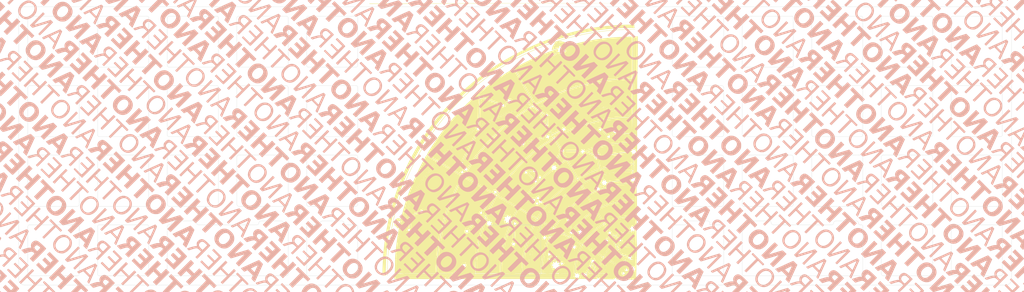
<source format=kicad_pcb>
(kicad_pcb (version 20240108) (generator "pcbnew") (generator_version "8.0")
  (layers (0 "F.Cu" signal) (31 "B.Cu" signal) (34 "B.Paste" user) (35 "F.Paste" user) (36 "B.SilkS" user "B.Silkscreen") (37 "F.SilkS" user "F.Silkscreen") (38 "B.Mask" user) (39 "F.Mask" user) (44 "Edge.Cuts" user))
  (net 0 "")
  (footprint "misc:Plate_MX_1u_stab" (layer "F.Cu") (at 198.4375 128.984375 180)
    (property "Reference" "REF**" (hide yes))
    (property "Value" "Plate_MX_1u_stab")
    (fp_line (start 7 6.5) (end 7 -6.5) (stroke (width 0.05)) (layer "Edge.Cuts"))
    (fp_line (start 6.5 7) (end 3.25 7) (stroke (width 0.05)) (layer "Edge.Cuts"))
    (fp_line (start 6.5 -7) (end -6.5 -7) (stroke (width 0.05)) (layer "Edge.Cuts"))
    (fp_line (start 3.25 7.5) (end 3.25 7) (stroke (width 0.05)) (layer "Edge.Cuts"))
    (fp_line (start -2.75 7.998618) (end 2.75 8) (stroke (width 0.05)) (layer "Edge.Cuts"))
    (fp_line (start -3.25 6.998884) (end -3.25 7.5) (stroke (width 0.05)) (layer "Edge.Cuts"))
    (fp_line (start -6.497236 6.998884) (end -3.25 6.998884) (stroke (width 0.05)) (layer "Edge.Cuts"))
    (fp_line (start -7 -6.5) (end -7 6.5) (stroke (width 0.05)) (layer "Edge.Cuts"))
    (fp_arc (start 7 6.5) (mid 6.853553 6.853553) (end 6.5 7) (stroke (width 0.05)) (layer "Edge.Cuts"))
    (fp_arc (start 6.5 -7) (mid 6.853553 -6.853553) (end 7 -6.5) (stroke (width 0.05)) (layer "Edge.Cuts"))
    (fp_arc (start 3.25 7.5) (mid 3.103553 7.853553) (end 2.75 8) (stroke (width 0.05)) (layer "Edge.Cuts"))
    (fp_arc (start -2.75 8) (mid -3.103553 7.853553) (end -3.25 7.5) (stroke (width 0.05)) (layer "Edge.Cuts"))
    (fp_arc (start -6.497236 6.998884) (mid -6.850789 6.852437) (end -6.997236 6.498884) (stroke (width 0.05)) (layer "Edge.Cuts"))
    (fp_arc (start -7 -6.5) (mid -6.853553 -6.853553) (end -6.5 -7) (stroke (width 0.05)) (layer "Edge.Cuts"))
  )
  (footprint "marbastlib-xp-plate-mx:Plate_MX_1u" (layer "F.Cu") (at 98.425 71.834375)
    (property "Reference" "REF**" (hide yes))
    (property "Value" "Plate_MX_1u")
    (fp_line (start -7 -6.5) (end -7 6.5) (stroke (width 0.05)) (layer "Edge.Cuts"))
    (fp_line (start -6.5 7) (end 6.5 7) (stroke (width 0.05)) (layer "Edge.Cuts"))
    (fp_line (start 6.5 -7) (end -6.5 -7) (stroke (width 0.05)) (layer "Edge.Cuts"))
    (fp_line (start 7 6.5) (end 7 -6.5) (stroke (width 0.05)) (layer "Edge.Cuts"))
    (fp_arc (start -7 -6.5) (mid -6.853553 -6.853553) (end -6.5 -7) (stroke (width 0.05)) (layer "Edge.Cuts"))
    (fp_arc (start -6.497236 6.998884) (mid -6.850789 6.852437) (end -6.997236 6.498884) (stroke (width 0.05)) (layer "Edge.Cuts"))
    (fp_arc (start 6.5 -7) (mid 6.853553 -6.853553) (end 7 -6.5) (stroke (width 0.05)) (layer "Edge.Cuts"))
    (fp_arc (start 7 6.5) (mid 6.853553 6.853553) (end 6.5 7) (stroke (width 0.05)) (layer "Edge.Cuts"))
  )
  (footprint "marbastlib-xp-plate-mx:Plate_MX_1u" (layer "F.Cu") (at 236.5375 109.934375)
    (property "Reference" "REF**" (hide yes))
    (property "Value" "Plate_MX_1u")
    (fp_line (start -7 -6.5) (end -7 6.5) (stroke (width 0.05)) (layer "Edge.Cuts"))
    (fp_line (start -6.5 7) (end 6.5 7) (stroke (width 0.05)) (layer "Edge.Cuts"))
    (fp_line (start 6.5 -7) (end -6.5 -7) (stroke (width 0.05)) (layer "Edge.Cuts"))
    (fp_line (start 7 6.5) (end 7 -6.5) (stroke (width 0.05)) (layer "Edge.Cuts"))
    (fp_arc (start -7 -6.5) (mid -6.853553 -6.853553) (end -6.5 -7) (stroke (width 0.05)) (layer "Edge.Cuts"))
    (fp_arc (start -6.497236 6.998884) (mid -6.850789 6.852437) (end -6.997236 6.498884) (stroke (width 0.05)) (layer "Edge.Cuts"))
    (fp_arc (start 6.5 -7) (mid 6.853553 -6.853553) (end 7 -6.5) (stroke (width 0.05)) (layer "Edge.Cuts"))
    (fp_arc (start 7 6.5) (mid 6.853553 6.853553) (end 6.5 7) (stroke (width 0.05)) (layer "Edge.Cuts"))
  )
  (footprint "marbastlib-xp-plate-mx:Plate_MX_1u" (layer "F.Cu") (at 41.275 90.884375)
    (property "Reference" "REF**" (hide yes))
    (property "Value" "Plate_MX_1u")
    (fp_line (start -7 -6.5) (end -7 6.5) (stroke (width 0.05)) (layer "Edge.Cuts"))
    (fp_line (start -6.5 7) (end 6.5 7) (stroke (width 0.05)) (layer "Edge.Cuts"))
    (fp_line (start 6.5 -7) (end -6.5 -7) (stroke (width 0.05)) (layer "Edge.Cuts"))
    (fp_line (start 7 6.5) (end 7 -6.5) (stroke (width 0.05)) (layer "Edge.Cuts"))
    (fp_arc (start -7 -6.5) (mid -6.853553 -6.853553) (end -6.5 -7) (stroke (width 0.05)) (layer "Edge.Cuts"))
    (fp_arc (start -6.497236 6.998884) (mid -6.850789 6.852437) (end -6.997236 6.498884) (stroke (width 0.05)) (layer "Edge.Cuts"))
    (fp_arc (start 6.5 -7) (mid 6.853553 -6.853553) (end 7 -6.5) (stroke (width 0.05)) (layer "Edge.Cuts"))
    (fp_arc (start 7 6.5) (mid 6.853553 6.853553) (end 6.5 7) (stroke (width 0.05)) (layer "Edge.Cuts"))
  )
  (footprint "marbastlib-xp-plate-mx:Plate_MX_1u" (layer "F.Cu") (at 198.4375 109.934375)
    (property "Reference" "REF**" (hide yes))
    (property "Value" "Plate_MX_1u")
    (fp_line (start -7 -6.5) (end -7 6.5) (stroke (width 0.05)) (layer "Edge.Cuts"))
    (fp_line (start -6.5 7) (end 6.5 7) (stroke (width 0.05)) (layer "Edge.Cuts"))
    (fp_line (start 6.5 -7) (end -6.5 -7) (stroke (width 0.05)) (layer "Edge.Cuts"))
    (fp_line (start 7 6.5) (end 7 -6.5) (stroke (width 0.05)) (layer "Edge.Cuts"))
    (fp_arc (start -7 -6.5) (mid -6.853553 -6.853553) (end -6.5 -7) (stroke (width 0.05)) (layer "Edge.Cuts"))
    (fp_arc (start -6.497236 6.998884) (mid -6.850789 6.852437) (end -6.997236 6.498884) (stroke (width 0.05)) (layer "Edge.Cuts"))
    (fp_arc (start 6.5 -7) (mid 6.853553 -6.853553) (end 7 -6.5) (stroke (width 0.05)) (layer "Edge.Cuts"))
    (fp_arc (start 7 6.5) (mid 6.853553 6.853553) (end 6.5 7) (stroke (width 0.05)) (layer "Edge.Cuts"))
  )
  (footprint "marbastlib-xp-plate-mx:Plate_MX_1u" (layer "F.Cu") (at 217.4875 71.834375)
    (property "Reference" "REF**" (hide yes))
    (property "Value" "Plate_MX_1u")
    (fp_line (start -7 -6.5) (end -7 6.5) (stroke (width 0.05)) (layer "Edge.Cuts"))
    (fp_line (start -6.5 7) (end 6.5 7) (stroke (width 0.05)) (layer "Edge.Cuts"))
    (fp_line (start 6.5 -7) (end -6.5 -7) (stroke (width 0.05)) (layer "Edge.Cuts"))
    (fp_line (start 7 6.5) (end 7 -6.5) (stroke (width 0.05)) (layer "Edge.Cuts"))
    (fp_arc (start -7 -6.5) (mid -6.853553 -6.853553) (end -6.5 -7) (stroke (width 0.05)) (layer "Edge.Cuts"))
    (fp_arc (start -6.497236 6.998884) (mid -6.850789 6.852437) (end -6.997236 6.498884) (stroke (width 0.05)) (layer "Edge.Cuts"))
    (fp_arc (start 6.5 -7) (mid 6.853553 -6.853553) (end 7 -6.5) (stroke (width 0.05)) (layer "Edge.Cuts"))
    (fp_arc (start 7 6.5) (mid 6.853553 6.853553) (end 6.5 7) (stroke (width 0.05)) (layer "Edge.Cuts"))
  )
  (footprint "marbastlib-xp-plate-mx:Plate_MX_1u" (layer "F.Cu") (at 41.275 71.834375)
    (property "Reference" "REF**" (hide yes))
    (property "Value" "Plate_MX_1u")
    (fp_line (start -7 -6.5) (end -7 6.5) (stroke (width 0.05)) (layer "Edge.Cuts"))
    (fp_line (start -6.5 7) (end 6.5 7) (stroke (width 0.05)) (layer "Edge.Cuts"))
    (fp_line (start 6.5 -7) (end -6.5 -7) (stroke (width 0.05)) (layer "Edge.Cuts"))
    (fp_line (start 7 6.5) (end 7 -6.5) (stroke (width 0.05)) (layer "Edge.Cuts"))
    (fp_arc (start -7 -6.5) (mid -6.853553 -6.853553) (end -6.5 -7) (stroke (width 0.05)) (layer "Edge.Cuts"))
    (fp_arc (start -6.497236 6.998884) (mid -6.850789 6.852437) (end -6.997236 6.498884) (stroke (width 0.05)) (layer "Edge.Cuts"))
    (fp_arc (start 6.5 -7) (mid 6.853553 -6.853553) (end 7 -6.5) (stroke (width 0.05)) (layer "Edge.Cuts"))
    (fp_arc (start 7 6.5) (mid 6.853553 6.853553) (end 6.5 7) (stroke (width 0.05)) (layer "Edge.Cuts"))
  )
  (footprint "marbastlib-xp-plate-mx:Plate_MX_1u" (layer "F.Cu") (at 255.5875 109.934375)
    (property "Reference" "REF**" (hide yes))
    (property "Value" "Plate_MX_1u")
    (fp_line (start -7 -6.5) (end -7 6.5) (stroke (width 0.05)) (layer "Edge.Cuts"))
    (fp_line (start -6.5 7) (end 6.5 7) (stroke (width 0.05)) (layer "Edge.Cuts"))
    (fp_line (start 6.5 -7) (end -6.5 -7) (stroke (width 0.05)) (layer "Edge.Cuts"))
    (fp_line (start 7 6.5) (end 7 -6.5) (stroke (width 0.05)) (layer "Edge.Cuts"))
    (fp_arc (start -7 -6.5) (mid -6.853553 -6.853553) (end -6.5 -7) (stroke (width 0.05)) (layer "Edge.Cuts"))
    (fp_arc (start -6.497236 6.998884) (mid -6.850789 6.852437) (end -6.997236 6.498884) (stroke (width 0.05)) (layer "Edge.Cuts"))
    (fp_arc (start 6.5 -7) (mid 6.853553 -6.853553) (end 7 -6.5) (stroke (width 0.05)) (layer "Edge.Cuts"))
    (fp_arc (start 7 6.5) (mid 6.853553 6.853553) (end 6.5 7) (stroke (width 0.05)) (layer "Edge.Cuts"))
  )
  (footprint "marbastlib-xp-plate-mx:Plate_MX_1u" (layer "F.Cu") (at 217.4875 90.884375)
    (property "Reference" "REF**" (hide yes))
    (property "Value" "Plate_MX_1u")
    (fp_line (start -7 -6.5) (end -7 6.5) (stroke (width 0.05)) (layer "Edge.Cuts"))
    (fp_line (start -6.5 7) (end 6.5 7) (stroke (width 0.05)) (layer "Edge.Cuts"))
    (fp_line (start 6.5 -7) (end -6.5 -7) (stroke (width 0.05)) (layer "Edge.Cuts"))
    (fp_line (start 7 6.5) (end 7 -6.5) (stroke (width 0.05)) (layer "Edge.Cuts"))
    (fp_arc (start -7 -6.5) (mid -6.853553 -6.853553) (end -6.5 -7) (stroke (width 0.05)) (layer "Edge.Cuts"))
    (fp_arc (start -6.497236 6.998884) (mid -6.850789 6.852437) (end -6.997236 6.498884) (stroke (width 0.05)) (layer "Edge.Cuts"))
    (fp_arc (start 6.5 -7) (mid 6.853553 -6.853553) (end 7 -6.5) (stroke (width 0.05)) (layer "Edge.Cuts"))
    (fp_arc (start 7 6.5) (mid 6.853553 6.853553) (end 6.5 7) (stroke (width 0.05)) (layer "Edge.Cuts"))
  )
  (footprint "marbastlib-xp-plate-mx:Plate_MX_1u" (layer "F.Cu") (at 236.5375 90.884375)
    (property "Reference" "REF**" (hide yes))
    (property "Value" "Plate_MX_1u")
    (fp_line (start -7 -6.5) (end -7 6.5) (stroke (width 0.05)) (layer "Edge.Cuts"))
    (fp_line (start -6.5 7) (end 6.5 7) (stroke (width 0.05)) (layer "Edge.Cuts"))
    (fp_line (start 6.5 -7) (end -6.5 -7) (stroke (width 0.05)) (layer "Edge.Cuts"))
    (fp_line (start 7 6.5) (end 7 -6.5) (stroke (width 0.05)) (layer "Edge.Cuts"))
    (fp_arc (start -7 -6.5) (mid -6.853553 -6.853553) (end -6.5 -7) (stroke (width 0.05)) (layer "Edge.Cuts"))
    (fp_arc (start -6.497236 6.998884) (mid -6.850789 6.852437) (end -6.997236 6.498884) (stroke (width 0.05)) (layer "Edge.Cuts"))
    (fp_arc (start 6.5 -7) (mid 6.853553 -6.853553) (end 7 -6.5) (stroke (width 0.05)) (layer "Edge.Cuts"))
    (fp_arc (start 7 6.5) (mid 6.853553 6.853553) (end 6.5 7) (stroke (width 0.05)) (layer "Edge.Cuts"))
  )
  (footprint "marbastlib-xp-plate-mx:Plate_MX_SPLIT-BS" (layer "F.Cu") (at 69.85 128.984375 180)
    (property "Reference" "REF**" (hide yes))
    (property "Value" "Plate_MX_SPLIT-BS")
    (fp_line (start 16.525 6.5) (end 16.525 -6.5) (stroke (width 0.05)) (layer "Edge.Cuts"))
    (fp_line (start 16.025 7) (end 15.78125 7.000001) (stroke (width 0.05)) (layer "Edge.Cuts"))
    (fp_line (start 16.025 -7) (end -16.025 -7) (stroke (width 0.05)) (layer "Edge.Cuts"))
    (fp_line (start 9.03125 8.000001) (end 14.78125 8.000001) (stroke (width 0.05)) (layer "Edge.Cuts"))
    (fp_line (start 8.03125 7.000001) (end -8.03125 7.000001) (stroke (width 0.05)) (layer "Edge.Cuts"))
    (fp_line (start -14.78125 8.000001) (end -9.03125 8.000001) (stroke (width 0.05)) (layer "Edge.Cuts"))
    (fp_line (start -15.78125 7.000001) (end -16.022236 6.998884) (stroke (width 0.05)) (layer "Edge.Cuts"))
    (fp_line (start -16.525 -6.5) (end -16.525 6.5) (stroke (width 0.05)) (layer "Edge.Cuts"))
    (fp_arc (start 16.525 6.5) (mid 16.378553 6.853553) (end 16.025 7) (stroke (width 0.05)) (layer "Edge.Cuts"))
    (fp_arc (start 16.025 -7) (mid 16.378553 -6.853553) (end 16.525 -6.5) (stroke (width 0.05)) (layer "Edge.Cuts"))
    (fp_arc (start 15.28125 7.500001) (mid 15.427693 7.146429) (end 15.78125 7.000001) (stroke (width 0.05)) (layer "Edge.Cuts"))
    (fp_arc (start 15.28125 7.500001) (mid 15.134806 7.853571) (end 14.78125 8.000001) (stroke (width 0.05)) (layer "Edge.Cuts"))
    (fp_arc (start 9.03125 8.000001) (mid 8.677729 7.853537) (end 8.53125 7.500001) (stroke (width 0.05)) (layer "Edge.Cuts"))
    (fp_arc (start 8.03125 7.000001) (mid 8.384771 7.146465) (end 8.53125 7.500001) (stroke (width 0.05)) (layer "Edge.Cuts"))
    (fp_arc (start -8.53125 7.500001) (mid -8.384803 7.146448) (end -8.03125 7.000001) (stroke (width 0.05)) (layer "Edge.Cuts"))
    (fp_arc (start -8.53125 7.500001) (mid -8.677697 7.853554) (end -9.03125 8.000001) (stroke (width 0.05)) (layer "Edge.Cuts"))
    (fp_arc (start -14.78125 8.000001) (mid -15.134803 7.853554) (end -15.28125 7.500001) (stroke (width 0.05)) (layer "Edge.Cuts"))
    (fp_arc (start -15.78125 7.000001) (mid -15.427697 7.146448) (end -15.28125 7.500001) (stroke (width 0.05)) (layer "Edge.Cuts"))
    (fp_arc (start -16.022236 6.998884) (mid -16.375789 6.852437) (end -16.522236 6.498884) (stroke (width 0.05)) (layer "Edge.Cuts"))
    (fp_arc (start -16.525 -6.5) (mid -16.378553 -6.853553) (end -16.025 -7) (stroke (width 0.05)) (layer "Edge.Cuts"))
  )
  (footprint "marbastlib-xp-plate-mx:Plate_MX_1u" (layer "F.Cu") (at 22.225 71.834375)
    (property "Reference" "REF**" (hide yes))
    (property "Value" "Plate_MX_1u")
    (fp_line (start -7 -6.5) (end -7 6.5) (stroke (width 0.05)) (layer "Edge.Cuts"))
    (fp_line (start -6.5 7) (end 6.5 7) (stroke (width 0.05)) (layer "Edge.Cuts"))
    (fp_line (start 6.5 -7) (end -6.5 -7) (stroke (width 0.05)) (layer "Edge.Cuts"))
    (fp_line (start 7 6.5) (end 7 -6.5) (stroke (width 0.05)) (layer "Edge.Cuts"))
    (fp_arc (start -7 -6.5) (mid -6.853553 -6.853553) (end -6.5 -7) (stroke (width 0.05)) (layer "Edge.Cuts"))
    (fp_arc (start -6.497236 6.998884) (mid -6.850789 6.852437) (end -6.997236 6.498884) (stroke (width 0.05)) (layer "Edge.Cuts"))
    (fp_arc (start 6.5 -7) (mid 6.853553 -6.853553) (end 7 -6.5) (stroke (width 0.05)) (layer "Edge.Cuts"))
    (fp_arc (start 7 6.5) (mid 6.853553 6.853553) (end 6.5 7) (stroke (width 0.05)) (layer "Edge.Cuts"))
  )
  (footprint "marbastlib-xp-plate-mx:Plate_MX_1u" (layer "F.Cu") (at 148.43125 128.984375)
    (property "Reference" "REF**" (hide yes))
    (property "Value" "Plate_MX_1u")
    (fp_line (start -7 -6.5) (end -7 6.5) (stroke (width 0.05)) (layer "Edge.Cuts"))
    (fp_line (start -6.5 7) (end 6.5 7) (stroke (width 0.05)) (layer "Edge.Cuts"))
    (fp_line (start 6.5 -7) (end -6.5 -7) (stroke (width 0.05)) (layer "Edge.Cuts"))
    (fp_line (start 7 6.5) (end 7 -6.5) (stroke (width 0.05)) (layer "Edge.Cuts"))
    (fp_arc (start -7 -6.5) (mid -6.853553 -6.853553) (end -6.5 -7) (stroke (width 0.05)) (layer "Edge.Cuts"))
    (fp_arc (start -6.497236 6.998884) (mid -6.850789 6.852437) (end -6.997236 6.498884) (stroke (width 0.05)) (layer "Edge.Cuts"))
    (fp_arc (start 6.5 -7) (mid 6.853553 -6.853553) (end 7 -6.5) (stroke (width 0.05)) (layer "Edge.Cuts"))
    (fp_arc (start 7 6.5) (mid 6.853553 6.853553) (end 6.5 7) (stroke (width 0.05)) (layer "Edge.Cuts"))
  )
  (footprint "marbastlib-xp-plate-mx:Plate_MX_1u" (layer "F.Cu") (at 274.6375 71.834375)
    (property "Reference" "REF**" (hide yes))
    (property "Value" "Plate_MX_1u")
    (fp_line (start -7 -6.5) (end -7 6.5) (stroke (width 0.05)) (layer "Edge.Cuts"))
    (fp_line (start -6.5 7) (end 6.5 7) (stroke (width 0.05)) (layer "Edge.Cuts"))
    (fp_line (start 6.5 -7) (end -6.5 -7) (stroke (width 0.05)) (layer "Edge.Cuts"))
    (fp_line (start 7 6.5) (end 7 -6.5) (stroke (width 0.05)) (layer "Edge.Cuts"))
    (fp_arc (start -7 -6.5) (mid -6.853553 -6.853553) (end -6.5 -7) (stroke (width 0.05)) (layer "Edge.Cuts"))
    (fp_arc (start -6.497236 6.998884) (mid -6.850789 6.852437) (end -6.997236 6.498884) (stroke (width 0.05)) (layer "Edge.Cuts"))
    (fp_arc (start 6.5 -7) (mid 6.853553 -6.853553) (end 7 -6.5) (stroke (width 0.05)) (layer "Edge.Cuts"))
    (fp_arc (start 7 6.5) (mid 6.853553 6.853553) (end 6.5 7) (stroke (width 0.05)) (layer "Edge.Cuts"))
  )
  (footprint "marbastlib-xp-plate-mx:Plate_MX_1u" (layer "F.Cu") (at 79.375 90.884375)
    (property "Reference" "REF**" (hide yes))
    (property "Value" "Plate_MX_1u")
    (fp_line (start -7 -6.5) (end -7 6.5) (stroke (width 0.05)) (layer "Edge.Cuts"))
    (fp_line (start -6.5 7) (end 6.5 7) (stroke (width 0.05)) (layer "Edge.Cuts"))
    (fp_line (start 6.5 -7) (end -6.5 -7) (stroke (width 0.05)) (layer "Edge.Cuts"))
    (fp_line (start 7 6.5) (end 7 -6.5) (stroke (width 0.05)) (layer "Edge.Cuts"))
    (fp_arc (start -7 -6.5) (mid -6.853553 -6.853553) (end -6.5 -7) (stroke (width 0.05)) (layer "Edge.Cuts"))
    (fp_arc (start -6.497236 6.998884) (mid -6.850789 6.852437) (end -6.997236 6.498884) (stroke (width 0.05)) (layer "Edge.Cuts"))
    (fp_arc (start 6.5 -7) (mid 6.853553 -6.853553) (end 7 -6.5) (stroke (width 0.05)) (layer "Edge.Cuts"))
    (fp_arc (start 7 6.5) (mid 6.853553 6.853553) (end 6.5 7) (stroke (width 0.05)) (layer "Edge.Cuts"))
  )
  (footprint "marbastlib-xp-plate-mx:Plate_MX_1u" (layer "F.Cu") (at 22.225 90.884375)
    (property "Reference" "REF**" (hide yes))
    (property "Value" "Plate_MX_1u")
    (fp_line (start -7 -6.5) (end -7 6.5) (stroke (width 0.05)) (layer "Edge.Cuts"))
    (fp_line (start -6.5 7) (end 6.5 7) (stroke (width 0.05)) (layer "Edge.Cuts"))
    (fp_line (start 6.5 -7) (end -6.5 -7) (stroke (width 0.05)) (layer "Edge.Cuts"))
    (fp_line (start 7 6.5) (end 7 -6.5) (stroke (width 0.05)) (layer "Edge.Cuts"))
    (fp_arc (start -7 -6.5) (mid -6.853553 -6.853553) (end -6.5 -7) (stroke (width 0.05)) (layer "Edge.Cuts"))
    (fp_arc (start -6.497236 6.998884) (mid -6.850789 6.852437) (end -6.997236 6.498884) (stroke (width 0.05)) (layer "Edge.Cuts"))
    (fp_arc (start 6.5 -7) (mid 6.853553 -6.853553) (end 7 -6.5) (stroke (width 0.05)) (layer "Edge.Cuts"))
    (fp_arc (start 7 6.5) (mid 6.853553 6.853553) (end 6.5 7) (stroke (width 0.05)) (layer "Edge.Cuts"))
  )
  (footprint "marbastlib-xp-plate-mx:Plate_MX_1u" (layer "F.Cu") (at 60.325 109.934375)
    (property "Reference" "REF**" (hide yes))
    (property "Value" "Plate_MX_1u")
    (fp_line (start -7 -6.5) (end -7 6.5) (stroke (width 0.05)) (layer "Edge.Cuts"))
    (fp_line (start -6.5 7) (end 6.5 7) (stroke (width 0.05)) (layer "Edge.Cuts"))
    (fp_line (start 6.5 -7) (end -6.5 -7) (stroke (width 0.05)) (layer "Edge.Cuts"))
    (fp_line (start 7 6.5) (end 7 -6.5) (stroke (width 0.05)) (layer "Edge.Cuts"))
    (fp_arc (start -7 -6.5) (mid -6.853553 -6.853553) (end -6.5 -7) (stroke (width 0.05)) (layer "Edge.Cuts"))
    (fp_arc (start -6.497236 6.998884) (mid -6.850789 6.852437) (end -6.997236 6.498884) (stroke (width 0.05)) (layer "Edge.Cuts"))
    (fp_arc (start 6.5 -7) (mid 6.853553 -6.853553) (end 7 -6.5) (stroke (width 0.05)) (layer "Edge.Cuts"))
    (fp_arc (start 7 6.5) (mid 6.853553 6.853553) (end 6.5 7) (stroke (width 0.05)) (layer "Edge.Cuts"))
  )
  (footprint "marbastlib-xp-plate-mx:Plate_MX_1u" (layer "F.Cu") (at 22.225 109.934375)
    (property "Reference" "REF**" (hide yes))
    (property "Value" "Plate_MX_1u")
    (fp_line (start -7 -6.5) (end -7 6.5) (stroke (width 0.05)) (layer "Edge.Cuts"))
    (fp_line (start -6.5 7) (end 6.5 7) (stroke (width 0.05)) (layer "Edge.Cuts"))
    (fp_line (start 6.5 -7) (end -6.5 -7) (stroke (width 0.05)) (layer "Edge.Cuts"))
    (fp_line (start 7 6.5) (end 7 -6.5) (stroke (width 0.05)) (layer "Edge.Cuts"))
    (fp_arc (start -7 -6.5) (mid -6.853553 -6.853553) (end -6.5 -7) (stroke (width 0.05)) (layer "Edge.Cuts"))
    (fp_arc (start -6.497236 6.998884) (mid -6.850789 6.852437) (end -6.997236 6.498884) (stroke (width 0.05)) (layer "Edge.Cuts"))
    (fp_arc (start 6.5 -7) (mid 6.853553 -6.853553) (end 7 -6.5) (stroke (width 0.05)) (layer "Edge.Cuts"))
    (fp_arc (start 7 6.5) (mid 6.853553 6.853553) (end 6.5 7) (stroke (width 0.05)) (layer "Edge.Cuts"))
  )
  (footprint "marbastlib-xp-plate-mx:Plate_MX_1u" (layer "F.Cu") (at 41.275 109.934375)
    (property "Reference" "REF**" (hide yes))
    (property "Value" "Plate_MX_1u")
    (fp_line (start -7 -6.5) (end -7 6.5) (stroke (width 0.05)) (layer "Edge.Cuts"))
    (fp_line (start -6.5 7) (end 6.5 7) (stroke (width 0.05)) (layer "Edge.Cuts"))
    (fp_line (start 6.5 -7) (end -6.5 -7) (stroke (width 0.05)) (layer "Edge.Cuts"))
    (fp_line (start 7 6.5) (end 7 -6.5) (stroke (width 0.05)) (layer "Edge.Cuts"))
    (fp_arc (start -7 -6.5) (mid -6.853553 -6.853553) (end -6.5 -7) (stroke (width 0.05)) (layer "Edge.Cuts"))
    (fp_arc (start -6.497236 6.998884) (mid -6.850789 6.852437) (end -6.997236 6.498884) (stroke (width 0.05)) (layer "Edge.Cuts"))
    (fp_arc (start 6.5 -7) (mid 6.853553 -6.853553) (end 7 -6.5) (stroke (width 0.05)) (layer "Edge.Cuts"))
    (fp_arc (start 7 6.5) (mid 6.853553 6.853553) (end 6.5 7) (stroke (width 0.05)) (layer "Edge.Cuts"))
  )
  (footprint "marbastlib-xp-plate-mx:Plate_MX_1u" (layer "F.Cu") (at 274.6375 128.984375)
    (property "Reference" "REF**" (hide yes))
    (property "Value" "Plate_MX_1u")
    (fp_line (start -7 -6.5) (end -7 6.5) (stroke (width 0.05)) (layer "Edge.Cuts"))
    (fp_line (start -6.5 7) (end 6.5 7) (stroke (width 0.05)) (layer "Edge.Cuts"))
    (fp_line (start 6.5 -7) (end -6.5 -7) (stroke (width 0.05)) (layer "Edge.Cuts"))
    (fp_line (start 7 6.5) (end 7 -6.5) (stroke (width 0.05)) (layer "Edge.Cuts"))
    (fp_arc (start -7 -6.5) (mid -6.853553 -6.853553) (end -6.5 -7) (stroke (width 0.05)) (layer "Edge.Cuts"))
    (fp_arc (start -6.497236 6.998884) (mid -6.850789 6.852437) (end -6.997236 6.498884) (stroke (width 0.05)) (layer "Edge.Cuts"))
    (fp_arc (start 6.5 -7) (mid 6.853553 -6.853553) (end 7 -6.5) (stroke (width 0.05)) (layer "Edge.Cuts"))
    (fp_arc (start 7 6.5) (mid 6.853553 6.853553) (end 6.5 7) (stroke (width 0.05)) (layer "Edge.Cuts"))
  )
  (footprint "marbastlib-xp-plate-mx:Plate_MX_1u" (layer "F.Cu") (at 274.6375 90.884375)
    (property "Reference" "REF**" (hide yes))
    (property "Value" "Plate_MX_1u")
    (fp_line (start -7 -6.5) (end -7 6.5) (stroke (width 0.05)) (layer "Edge.Cuts"))
    (fp_line (start -6.5 7) (end 6.5 7) (stroke (width 0.05)) (layer "Edge.Cuts"))
    (fp_line (start 6.5 -7) (end -6.5 -7) (stroke (width 0.05)) (layer "Edge.Cuts"))
    (fp_line (start 7 6.5) (end 7 -6.5) (stroke (width 0.05)) (layer "Edge.Cuts"))
    (fp_arc (start -7 -6.5) (mid -6.853553 -6.853553) (end -6.5 -7) (stroke (width 0.05)) (layer "Edge.Cuts"))
    (fp_arc (start -6.497236 6.998884) (mid -6.850789 6.852437) (end -6.997236 6.498884) (stroke (width 0.05)) (layer "Edge.Cuts"))
    (fp_arc (start 6.5 -7) (mid 6.853553 -6.853553) (end 7 -6.5) (stroke (width 0.05)) (layer "Edge.Cuts"))
    (fp_arc (start 7 6.5) (mid 6.853553 6.853553) (end 6.5 7) (stroke (width 0.05)) (layer "Edge.Cuts"))
  )
  (footprint "marbastlib-xp-plate-mx:Plate_MX_1u" (layer "F.Cu") (at 236.5375 71.834375)
    (property "Reference" "REF**" (hide yes))
    (property "Value" "Plate_MX_1u")
    (fp_line (start -7 -6.5) (end -7 6.5) (stroke (width 0.05)) (layer "Edge.Cuts"))
    (fp_line (start -6.5 7) (end 6.5 7) (stroke (width 0.05)) (layer "Edge.Cuts"))
    (fp_line (start 6.5 -7) (end -6.5 -7) (stroke (width 0.05)) (layer "Edge.Cuts"))
    (fp_line (start 7 6.5) (end 7 -6.5) (stroke (width 0.05)) (layer "Edge.Cuts"))
    (fp_arc (start -7 -6.5) (mid -6.853553 -6.853553) (end -6.5 -7) (stroke (width 0.05)) (layer "Edge.Cuts"))
    (fp_arc (start -6.497236 6.998884) (mid -6.850789 6.852437) (end -6.997236 6.498884) (stroke (width 0.05)) (layer "Edge.Cuts"))
    (fp_arc (start 6.5 -7) (mid 6.853553 -6.853553) (end 7 -6.5) (stroke (width 0.05)) (layer "Edge.Cuts"))
    (fp_arc (start 7 6.5) (mid 6.853553 6.853553) (end 6.5 7) (stroke (width 0.05)) (layer "Edge.Cuts"))
  )
  (footprint "marbastlib-xp-plate-mx:Plate_MX_1u" (layer "F.Cu") (at 98.425 90.884375)
    (property "Reference" "REF**" (hide yes))
    (property "Value" "Plate_MX_1u")
    (fp_line (start -7 -6.5) (end -7 6.5) (stroke (width 0.05)) (layer "Edge.Cuts"))
    (fp_line (start -6.5 7) (end 6.5 7) (stroke (width 0.05)) (layer "Edge.Cuts"))
    (fp_line (start 6.5 -7) (end -6.5 -7) (stroke (width 0.05)) (layer "Edge.Cuts"))
    (fp_line (start 7 6.5) (end 7 -6.5) (stroke (width 0.05)) (layer "Edge.Cuts"))
    (fp_arc (start -7 -6.5) (mid -6.853553 -6.853553) (end -6.5 -7) (stroke (width 0.05)) (layer "Edge.Cuts"))
    (fp_arc (start -6.497236 6.998884) (mid -6.850789 6.852437) (end -6.997236 6.498884) (stroke (width 0.05)) (layer "Edge.Cuts"))
    (fp_arc (start 6.5 -7) (mid 6.853553 -6.853553) (end 7 -6.5) (stroke (width 0.05)) (layer "Edge.Cuts"))
    (fp_arc (start 7 6.5) (mid 6.853553 6.853553) (end 6.5 7) (stroke (width 0.05)) (layer "Edge.Cuts"))
  )
  (footprint "marbastlib-xp-plate-mx:Plate_MX_1u" (layer "F.Cu") (at 217.4875 109.934375)
    (property "Reference" "REF**" (hide yes))
    (property "Value" "Plate_MX_1u")
    (fp_line (start -7 -6.5) (end -7 6.5) (stroke (width 0.05)) (layer "Edge.Cuts"))
    (fp_line (start -6.5 7) (end 6.5 7) (stroke (width 0.05)) (layer "Edge.Cuts"))
    (fp_line (start 6.5 -7) (end -6.5 -7) (stroke (width 0.05)) (layer "Edge.Cuts"))
    (fp_line (start 7 6.5) (end 7 -6.5) (stroke (width 0.05)) (layer "Edge.Cuts"))
    (fp_arc (start -7 -6.5) (mid -6.853553 -6.853553) (end -6.5 -7) (stroke (width 0.05)) (layer "Edge.Cuts"))
    (fp_arc (start -6.497236 6.998884) (mid -6.850789 6.852437) (end -6.997236 6.498884) (stroke (width 0.05)) (layer "Edge.Cuts"))
    (fp_arc (start 6.5 -7) (mid 6.853553 -6.853553) (end 7 -6.5) (stroke (width 0.05)) (layer "Edge.Cuts"))
    (fp_arc (start 7 6.5) (mid 6.853553 6.853553) (end 6.5 7) (stroke (width 0.05)) (layer "Edge.Cuts"))
  )
  (footprint "marbastlib-xp-plate-mx:Plate_MX_1u" (layer "F.Cu") (at 60.325 71.834375)
    (property "Reference" "REF**" (hide yes))
    (property "Value" "Plate_MX_1u")
    (fp_line (start -7 -6.5) (end -7 6.5) (stroke (width 0.05)) (layer "Edge.Cuts"))
    (fp_line (start -6.5 7) (end 6.5 7) (stroke (width 0.05)) (layer "Edge.Cuts"))
    (fp_line (start 6.5 -7) (end -6.5 -7) (stroke (width 0.05)) (layer "Edge.Cuts"))
    (fp_line (start 7 6.5) (end 7 -6.5) (stroke (width 0.05)) (layer "Edge.Cuts"))
    (fp_arc (start -7 -6.5) (mid -6.853553 -6.853553) (end -6.5 -7) (stroke (width 0.05)) (layer "Edge.Cuts"))
    (fp_arc (start -6.497236 6.998884) (mid -6.850789 6.852437) (end -6.997236 6.498884) (stroke (width 0.05)) (layer "Edge.Cuts"))
    (fp_arc (start 6.5 -7) (mid 6.853553 -6.853553) (end 7 -6.5) (stroke (width 0.05)) (layer "Edge.Cuts"))
    (fp_arc (start 7 6.5) (mid 6.853553 6.853553) (end 6.5 7) (stroke (width 0.05)) (layer "Edge.Cuts"))
  )
  (footprint "marbastlib-xp-plate-mx:Plate_MX_1u" (layer "F.Cu") (at 198.4375 71.834375)
    (property "Reference" "REF**" (hide yes))
    (property "Value" "Plate_MX_1u")
    (fp_line (start -7 -6.5) (end -7 6.5) (stroke (width 0.05)) (layer "Edge.Cuts"))
    (fp_line (start -6.5 7) (end 6.5 7) (stroke (width 0.05)) (layer "Edge.Cuts"))
    (fp_line (start 6.5 -7) (end -6.5 -7) (stroke (width 0.05)) (layer "Edge.Cuts"))
    (fp_line (start 7 6.5) (end 7 -6.5) (stroke (width 0.05)) (layer "Edge.Cuts"))
    (fp_arc (start -7 -6.5) (mid -6.853553 -6.853553) (end -6.5 -7) (stroke (width 0.05)) (layer "Edge.Cuts"))
    (fp_arc (start -6.497236 6.998884) (mid -6.850789 6.852437) (end -6.997236 6.498884) (stroke (width 0.05)) (layer "Edge.Cuts"))
    (fp_arc (start 6.5 -7) (mid 6.853553 -6.853553) (end 7 -6.5) (stroke (width 0.05)) (layer "Edge.Cuts"))
    (fp_arc (start 7 6.5) (mid 6.853553 6.853553) (end 6.5 7) (stroke (width 0.05)) (layer "Edge.Cuts"))
  )
  (footprint "marbastlib-xp-plate-mx:Plate_MX_1u" (layer "F.Cu") (at 60.325 90.884375)
    (property "Reference" "REF**" (hide yes))
    (property "Value" "Plate_MX_1u")
    (fp_line (start -7 -6.5) (end -7 6.5) (stroke (width 0.05)) (layer "Edge.Cuts"))
    (fp_line (start -6.5 7) (end 6.5 7) (stroke (width 0.05)) (layer "Edge.Cuts"))
    (fp_line (start 6.5 -7) (end -6.5 -7) (stroke (width 0.05)) (layer "Edge.Cuts"))
    (fp_line (start 7 6.5) (end 7 -6.5) (stroke (width 0.05)) (layer "Edge.Cuts"))
    (fp_arc (start -7 -6.5) (mid -6.853553 -6.853553) (end -6.5 -7) (stroke (width 0.05)) (layer "Edge.Cuts"))
    (fp_arc (start -6.497236 6.998884) (mid -6.850789 6.852437) (end -6.997236 6.498884) (stroke (width 0.05)) (layer "Edge.Cuts"))
    (fp_arc (start 6.5 -7) (mid 6.853553 -6.853553) (end 7 -6.5) (stroke (width 0.05)) (layer "Edge.Cuts"))
    (fp_arc (start 7 6.5) (mid 6.853553 6.853553) (end 6.5 7) (stroke (width 0.05)) (layer "Edge.Cuts"))
  )
  (footprint "marbastlib-xp-plate-mx:Plate_MX_1u" (layer "F.Cu") (at 79.375 71.834375)
    (property "Reference" "REF**" (hide yes))
    (property "Value" "Plate_MX_1u")
    (fp_line (start -7 -6.5) (end -7 6.5) (stroke (width 0.05)) (layer "Edge.Cuts"))
    (fp_line (start -6.5 7) (end 6.5 7) (stroke (width 0.05)) (layer "Edge.Cuts"))
    (fp_line (start 6.5 -7) (end -6.5 -7) (stroke (width 0.05)) (layer "Edge.Cuts"))
    (fp_line (start 7 6.5) (end 7 -6.5) (stroke (width 0.05)) (layer "Edge.Cuts"))
    (fp_arc (start -7 -6.5) (mid -6.853553 -6.853553) (end -6.5 -7) (stroke (width 0.05)) (layer "Edge.Cuts"))
    (fp_arc (start -6.497236 6.998884) (mid -6.850789 6.852437) (end -6.997236 6.498884) (stroke (width 0.05)) (layer "Edge.Cuts"))
    (fp_arc (start 6.5 -7) (mid 6.853553 -6.853553) (end 7 -6.5) (stroke (width 0.05)) (layer "Edge.Cuts"))
    (fp_arc (start 7 6.5) (mid 6.853553 6.853553) (end 6.5 7) (stroke (width 0.05)) (layer "Edge.Cuts"))
  )
  (footprint "marbastlib-xp-plate-mx:Plate_MX_1u" (layer "F.Cu") (at 98.425 109.934375)
    (property "Reference" "REF**" (hide yes))
    (property "Value" "Plate_MX_1u")
    (fp_line (start -7 -6.5) (end -7 6.5) (stroke (width 0.05)) (layer "Edge.Cuts"))
    (fp_line (start -6.5 7) (end 6.5 7) (stroke (width 0.05)) (layer "Edge.Cuts"))
    (fp_line (start 6.5 -7) (end -6.5 -7) (stroke (width 0.05)) (layer "Edge.Cuts"))
    (fp_line (start 7 6.5) (end 7 -6.5) (stroke (width 0.05)) (layer "Edge.Cuts"))
    (fp_arc (start -7 -6.5) (mid -6.853553 -6.853553) (end -6.5 -7) (stroke (width 0.05)) (layer "Edge.Cuts"))
    (fp_arc (start -6.497236 6.998884) (mid -6.850789 6.852437) (end -6.997236 6.498884) (stroke (width 0.05)) (layer "Edge.Cuts"))
    (fp_arc (start 6.5 -7) (mid 6.853553 -6.853553) (end 7 -6.5) (stroke (width 0.05)) (layer "Edge.Cuts"))
    (fp_arc (start 7 6.5) (mid 6.853553 6.853553) (end 6.5 7) (stroke (width 0.05)) (layer "Edge.Cuts"))
  )
  (footprint "marbastlib-xp-plate-mx:Plate_MX_1u" (layer "F.Cu") (at 274.6375 109.934375)
    (property "Reference" "REF**" (hide yes))
    (property "Value" "Plate_MX_1u")
    (fp_line (start -7 -6.5) (end -7 6.5) (stroke (width 0.05)) (layer "Edge.Cuts"))
    (fp_line (start -6.5 7) (end 6.5 7) (stroke (width 0.05)) (layer "Edge.Cuts"))
    (fp_line (start 6.5 -7) (end -6.5 -7) (stroke (width 0.05)) (layer "Edge.Cuts"))
    (fp_line (start 7 6.5) (end 7 -6.5) (stroke (width 0.05)) (layer "Edge.Cuts"))
    (fp_arc (start -7 -6.5) (mid -6.853553 -6.853553) (end -6.5 -7) (stroke (width 0.05)) (layer "Edge.Cuts"))
    (fp_arc (start -6.497236 6.998884) (mid -6.850789 6.852437) (end -6.997236 6.498884) (stroke (width 0.05)) (layer "Edge.Cuts"))
    (fp_arc (start 6.5 -7) (mid 6.853553 -6.853553) (end 7 -6.5) (stroke (width 0.05)) (layer "Edge.Cuts"))
    (fp_arc (start 7 6.5) (mid 6.853553 6.853553) (end 6.5 7) (stroke (width 0.05)) (layer "Edge.Cuts"))
  )
  (footprint "marbastlib-xp-plate-mx:Plate_MX_1u" (layer "F.Cu") (at 255.5875 71.834375)
    (property "Reference" "REF**" (hide yes))
    (property "Value" "Plate_MX_1u")
    (fp_line (start -7 -6.5) (end -7 6.5) (stroke (width 0.05)) (layer "Edge.Cuts"))
    (fp_line (start -6.5 7) (end 6.5 7) (stroke (width 0.05)) (layer "Edge.Cuts"))
    (fp_line (start 6.5 -7) (end -6.5 -7) (stroke (width 0.05)) (layer "Edge.Cuts"))
    (fp_line (start 7 6.5) (end 7 -6.5) (stroke (width 0.05)) (layer "Edge.Cuts"))
    (fp_arc (start -7 -6.5) (mid -6.853553 -6.853553) (end -6.5 -7) (stroke (width 0.05)) (layer "Edge.Cuts"))
    (fp_arc (start -6.497236 6.998884) (mid -6.850789 6.852437) (end -6.997236 6.498884) (stroke (width 0.05)) (layer "Edge.Cuts"))
    (fp_arc (start 6.5 -7) (mid 6.853553 -6.853553) (end 7 -6.5) (stroke (width 0.05)) (layer "Edge.Cuts"))
    (fp_arc (start 7 6.5) (mid 6.853553 6.853553) (end 6.5 7) (stroke (width 0.05)) (layer "Edge.Cuts"))
  )
  (footprint "misc:Plate_MX_1u_stab" (layer "F.Cu") (at 98.425 128.984375 180)
    (property "Reference" "REF**" (hide yes))
    (property "Value" "Plate_MX_1u_stab")
    (fp_line (start 7 6.5) (end 7 -6.5) (stroke (width 0.05)) (layer "Edge.Cuts"))
    (fp_line (start 6.5 7) (end 3.25 7) (stroke (width 0.05)) (layer "Edge.Cuts"))
    (fp_line (start 6.5 -7) (end -6.5 -7) (stroke (width 0.05)) (layer "Edge.Cuts"))
    (fp_line (start 3.25 7.5) (end 3.25 7) (stroke (width 0.05)) (layer "Edge.Cuts"))
    (fp_line (start -2.75 7.998618) (end 2.75 8) (stroke (width 0.05)) (layer "Edge.Cuts"))
    (fp_line (start -3.25 6.998884) (end -3.25 7.5) (stroke (width 0.05)) (layer "Edge.Cuts"))
    (fp_line (start -6.497236 6.998884) (end -3.25 6.998884) (stroke (width 0.05)) (layer "Edge.Cuts"))
    (fp_line (start -7 -6.5) (end -7 6.5) (stroke (width 0.05)) (layer "Edge.Cuts"))
    (fp_arc (start 7 6.5) (mid 6.853553 6.853553) (end 6.5 7) (stroke (width 0.05)) (layer "Edge.Cuts"))
    (fp_arc (start 6.5 -7) (mid 6.853553 -6.853553) (end 7 -6.5) (stroke (width 0.05)) (layer "Edge.Cuts"))
    (fp_arc (start 3.25 7.5) (mid 3.103553 7.853553) (end 2.75 8) (stroke (width 0.05)) (layer "Edge.Cuts"))
    (fp_arc (start -2.75 8) (mid -3.103553 7.853553) (end -3.25 7.5) (stroke (width 0.05)) (layer "Edge.Cuts"))
    (fp_arc (start -6.497236 6.998884) (mid -6.850789 6.852437) (end -6.997236 6.498884) (stroke (width 0.05)) (layer "Edge.Cuts"))
    (fp_arc (start -7 -6.5) (mid -6.853553 -6.853553) (end -6.5 -7) (stroke (width 0.05)) (layer "Edge.Cuts"))
  )
  (footprint "marbastlib-xp-plate-mx:Plate_MX_1u" (layer "F.Cu") (at 255.5875 128.984375)
    (property "Reference" "REF**" (hide yes))
    (property "Value" "Plate_MX_1u")
    (fp_line (start -7 -6.5) (end -7 6.5) (stroke (width 0.05)) (layer "Edge.Cuts"))
    (fp_line (start -6.5 7) (end 6.5 7) (stroke (width 0.05)) (layer "Edge.Cuts"))
    (fp_line (start 6.5 -7) (end -6.5 -7) (stroke (width 0.05)) (layer "Edge.Cuts"))
    (fp_line (start 7 6.5) (end 7 -6.5) (stroke (width 0.05)) (layer "Edge.Cuts"))
    (fp_arc (start -7 -6.5) (mid -6.853553 -6.853553) (end -6.5 -7) (stroke (width 0.05)) (layer "Edge.Cuts"))
    (fp_arc (start -6.497236 6.998884) (mid -6.850789 6.852437) (end -6.997236 6.498884) (stroke (width 0.05)) (layer "Edge.Cuts"))
    (fp_arc (start 6.5 -7) (mid 6.853553 -6.853553) (end 7 -6.5) (stroke (width 0.05)) (layer "Edge.Cuts"))
    (fp_arc (start 7 6.5) (mid 6.853553 6.853553) (end 6.5 7) (stroke (width 0.05)) (layer "Edge.Cuts"))
  )
  (footprint "marbastlib-xp-plate-mx:Plate_MX_1u" (layer "F.Cu") (at 22.225 128.984375)
    (property "Reference" "REF**" (hide yes))
    (property "Value" "Plate_MX_1u")
    (fp_line (start -7 -6.5) (end -7 6.5) (stroke (width 0.05)) (layer "Edge.Cuts"))
    (fp_line (start -6.5 7) (end 6.5 7) (stroke (width 0.05)) (layer "Edge.Cuts"))
    (fp_line (start 6.5 -7) (end -6.5 -7) (stroke (width 0.05)) (layer "Edge.Cuts"))
    (fp_line (start 7 6.5) (end 7 -6.5) (stroke (width 0.05)) (layer "Edge.Cuts"))
    (fp_arc (start -7 -6.5) (mid -6.853553 -6.853553) (end -6.5 -7) (stroke (width 0.05)) (layer "Edge.Cuts"))
    (fp_arc (start -6.497236 6.998884) (mid -6.850789 6.852437) (end -6.997236 6.498884) (stroke (width 0.05)) (layer "Edge.Cuts"))
    (fp_arc (start 6.5 -7) (mid 6.853553 -6.853553) (end 7 -6.5) (stroke (width 0.05)) (layer "Edge.Cuts"))
    (fp_arc (start 7 6.5) (mid 6.853553 6.853553) (end 6.5 7) (stroke (width 0.05)) (layer "Edge.Cuts"))
  )
  (footprint "marbastlib-xp-plate-mx:Plate_MX_1u" (layer "F.Cu") (at 41.275 128.984375)
    (property "Reference" "REF**" (hide yes))
    (property "Value" "Plate_MX_1u")
    (fp_line (start -7 -6.5) (end -7 6.5) (stroke (width 0.05)) (layer "Edge.Cuts"))
    (fp_line (start -6.5 7) (end 6.5 7) (stroke (width 0.05)) (layer "Edge.Cuts"))
    (fp_line (start 6.5 -7) (end -6.5 -7) (stroke (width 0.05)) (layer "Edge.Cuts"))
    (fp_line (start 7 6.5) (end 7 -6.5) (stroke (width 0.05)) (layer "Edge.Cuts"))
    (fp_arc (start -7 -6.5) (mid -6.853553 -6.853553) (end -6.5 -7) (stroke (width 0.05)) (layer "Edge.Cuts"))
    (fp_arc (start -6.497236 6.998884) (mid -6.850789 6.852437) (end -6.997236 6.498884) (stroke (width 0.05)) (layer "Edge.Cuts"))
    (fp_arc (start 6.5 -7) (mid 6.853553 -6.853553) (end 7 -6.5) (stroke (width 0.05)) (layer "Edge.Cuts"))
    (fp_arc (start 7 6.5) (mid 6.853553 6.853553) (end 6.5 7) (stroke (width 0.05)) (layer "Edge.Cuts"))
  )
  (footprint "marbastlib-xp-plate-mx:Plate_MX_1u" (layer "F.Cu") (at 255.5875 90.884375)
    (property "Reference" "REF**" (hide yes))
    (property "Value" "Plate_MX_1u")
    (fp_line (start -7 -6.5) (end -7 6.5) (stroke (width 0.05)) (layer "Edge.Cuts"))
    (fp_line (start -6.5 7) (end 6.5 7) (stroke (width 0.05)) (layer "Edge.Cuts"))
    (fp_line (start 6.5 -7) (end -6.5 -7) (stroke (width 0.05)) (layer "Edge.Cuts"))
    (fp_line (start 7 6.5) (end 7 -6.5) (stroke (width 0.05)) (layer "Edge.Cuts"))
    (fp_arc (start -7 -6.5) (mid -6.853553 -6.853553) (end -6.5 -7) (stroke (width 0.05)) (layer "Edge.Cuts"))
    (fp_arc (start -6.497236 6.998884) (mid -6.850789 6.852437) (end -6.997236 6.498884) (stroke (width 0.05)) (layer "Edge.Cuts"))
    (fp_arc (start 6.5 -7) (mid 6.853553 -6.853553) (end 7 -6.5) (stroke (width 0.05)) (layer "Edge.Cuts"))
    (fp_arc (start 7 6.5) (mid 6.853553 6.853553) (end 6.5 7) (stroke (width 0.05)) (layer "Edge.Cuts"))
  )
  (footprint "marbastlib-xp-plate-mx:Plate_MX_1u" (layer "F.Cu") (at 198.4375 90.884375)
    (property "Reference" "REF**" (hide yes))
    (property "Value" "Plate_MX_1u")
    (fp_line (start -7 -6.5) (end -7 6.5) (stroke (width 0.05)) (layer "Edge.Cuts"))
    (fp_line (start -6.5 7) (end 6.5 7) (stroke (width 0.05)) (layer "Edge.Cuts"))
    (fp_line (start 6.5 -7) (end -6.5 -7) (stroke (width 0.05)) (layer "Edge.Cuts"))
    (fp_line (start 7 6.5) (end 7 -6.5) (stroke (width 0.05)) (layer "Edge.Cuts"))
    (fp_arc (start -7 -6.5) (mid -6.853553 -6.853553) (end -6.5 -7) (stroke (width 0.05)) (layer "Edge.Cuts"))
    (fp_arc (start -6.497236 6.998884) (mid -6.850789 6.852437) (end -6.997236 6.498884) (stroke (width 0.05)) (layer "Edge.Cuts"))
    (fp_arc (start 6.5 -7) (mid 6.853553 -6.853553) (end 7 -6.5) (stroke (width 0.05)) (layer "Edge.Cuts"))
    (fp_arc (start 7 6.5) (mid 6.853553 6.853553) (end 6.5 7) (stroke (width 0.05)) (layer "Edge.Cuts"))
  )
  (footprint "marbastlib-xp-plate-mx:Plate_MX_SPLIT-BS" (layer "F.Cu") (at 227.0125 128.984375 180)
    (property "Reference" "REF**" (hide yes))
    (property "Value" "Plate_MX_SPLIT-BS")
    (fp_line (start 16.525 6.5) (end 16.525 -6.5) (stroke (width 0.05)) (layer "Edge.Cuts"))
    (fp_line (start 16.025 7) (end 15.78125 7.000001) (stroke (width 0.05)) (layer "Edge.Cuts"))
    (fp_line (start 16.025 -7) (end -16.025 -7) (stroke (width 0.05)) (layer "Edge.Cuts"))
    (fp_line (start 9.03125 8.000001) (end 14.78125 8.000001) (stroke (width 0.05)) (layer "Edge.Cuts"))
    (fp_line (start 8.03125 7.000001) (end -8.03125 7.000001) (stroke (width 0.05)) (layer "Edge.Cuts"))
    (fp_line (start -14.78125 8.000001) (end -9.03125 8.000001) (stroke (width 0.05)) (layer "Edge.Cuts"))
    (fp_line (start -15.78125 7.000001) (end -16.022236 6.998884) (stroke (width 0.05)) (layer "Edge.Cuts"))
    (fp_line (start -16.525 -6.5) (end -16.525 6.5) (stroke (width 0.05)) (layer "Edge.Cuts"))
    (fp_arc (start 16.525 6.5) (mid 16.378553 6.853553) (end 16.025 7) (stroke (width 0.05)) (layer "Edge.Cuts"))
    (fp_arc (start 16.025 -7) (mid 16.378553 -6.853553) (end 16.525 -6.5) (stroke (width 0.05)) (layer "Edge.Cuts"))
    (fp_arc (start 15.28125 7.500001) (mid 15.427699 7.146465) (end 15.78125 7.000001) (stroke (width 0.05)) (layer "Edge.Cuts"))
    (fp_arc (start 15.28125 7.500001) (mid 15.1348 7.853536) (end 14.78125 8.000001) (stroke (width 0.05)) (layer "Edge.Cuts"))
    (fp_arc (start 9.03125 8.000001) (mid 8.677693 7.853543) (end 8.53125 7.500001) (stroke (width 0.05)) (layer "Edge.Cuts"))
    (fp_arc (start 8.03125 7.000001) (mid 8.384806 7.146459) (end 8.53125 7.500001) (stroke (width 0.05)) (layer "Edge.Cuts"))
    (fp_arc (start -8.53125 7.500001) (mid -8.384803 7.146448) (end -8.03125 7.000001) (stroke (width 0.05)) (layer "Edge.Cuts"))
    (fp_arc (start -8.53125 7.500001) (mid -8.677697 7.853554) (end -9.03125 8.000001) (stroke (width 0.05)) (layer "Edge.Cuts"))
    (fp_arc (start -14.78125 8.000001) (mid -15.134803 7.853554) (end -15.28125 7.500001) (stroke (width 0.05)) (layer "Edge.Cuts"))
    (fp_arc (start -15.78125 7.000001) (mid -15.427697 7.146448) (end -15.28125 7.500001) (stroke (width 0.05)) (layer "Edge.Cuts"))
    (fp_arc (start -16.022236 6.998884) (mid -16.375789 6.852437) (end -16.522236 6.498884) (stroke (width 0.05)) (layer "Edge.Cuts"))
    (fp_arc (start -16.525 -6.5) (mid -16.378553 -6.853553) (end -16.025 -7) (stroke (width 0.05)) (layer "Edge.Cuts"))
  )
  (footprint "LOGO" (layer "F.Cu") (at 146.055691 99.221901)
    (property "Reference" "G***" (hide yes))
    (property "Value" "LOGO" (hide yes))
  )
  (footprint "marbastlib-xp-plate-mx:Plate_MX_1u" (layer "F.Cu") (at 79.375 109.934375)
    (property "Reference" "REF**" (hide yes))
    (property "Value" "Plate_MX_1u")
    (fp_line (start -7 -6.5) (end -7 6.5) (stroke (width 0.05)) (layer "Edge.Cuts"))
    (fp_line (start -6.5 7) (end 6.5 7) (stroke (width 0.05)) (layer "Edge.Cuts"))
    (fp_line (start 6.5 -7) (end -6.5 -7) (stroke (width 0.05)) (layer "Edge.Cuts"))
    (fp_line (start 7 6.5) (end 7 -6.5) (stroke (width 0.05)) (layer "Edge.Cuts"))
    (fp_arc (start -7 -6.5) (mid -6.853553 -6.853553) (end -6.5 -7) (stroke (width 0.05)) (layer "Edge.Cuts"))
    (fp_arc (start -6.497236 6.998884) (mid -6.850789 6.852437) (end -6.997236 6.498884) (stroke (width 0.05)) (layer "Edge.Cuts"))
    (fp_arc (start 6.5 -7) (mid 6.853553 -6.853553) (end 7 -6.5) (stroke (width 0.05)) (layer "Edge.Cuts"))
    (fp_arc (start 7 6.5) (mid 6.853553 6.853553) (end 6.5 7) (stroke (width 0.05)) (layer "Edge.Cuts"))
  )
  (footprint "LOGO" (layer "B.Cu") (at 147.6375 100.409375 180)
    (property "Reference" "G***" (hide yes))
    (property "Value" "LOGO" (hide yes))
  )
  (gr_line (start 284.1625 136.921875) (end 284.1625 63.896875) (stroke (width 0.05)) (layer "Edge.Cuts"))
  (gr_arc (start 282.575 62.309375) (mid 283.697526 62.774356) (end 284.1625 63.896875) (stroke (width 0.05)) (layer "Edge.Cuts"))
  (gr_arc (start 12.7 63.896875) (mid 13.16497 62.774346) (end 14.2875 62.309375) (stroke (width 0.05)) (layer "Edge.Cuts"))
  (gr_line (start 14.2875 138.509375) (end 282.575 138.509375) (stroke (width 0.05)) (layer "Edge.Cuts"))
  (gr_line (start 282.575 62.309375) (end 14.2875 62.309375) (stroke (width 0.05)) (layer "Edge.Cuts"))
  (gr_arc (start 284.1625 136.921875) (mid 283.697497 138.044379) (end 282.575 138.509375) (stroke (width 0.05)) (layer "Edge.Cuts"))
  (gr_line (start 12.7 63.896875) (end 12.7 136.921875) (stroke (width 0.05)) (layer "Edge.Cuts"))
  (gr_arc (start 14.2875 138.509375) (mid 13.164966 138.044407) (end 12.7 136.921875) (stroke (width 0.05)) (layer "Edge.Cuts"))
)
</source>
